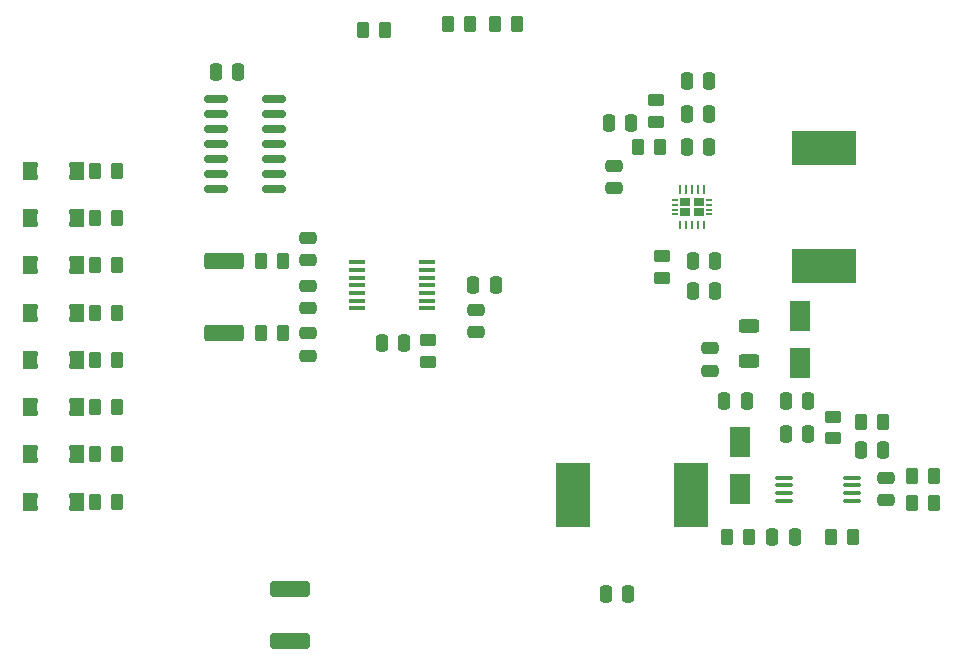
<source format=gbr>
%TF.GenerationSoftware,KiCad,Pcbnew,6.0.4-6f826c9f35~116~ubuntu20.04.1*%
%TF.CreationDate,2022-08-16T08:16:03+00:00*%
%TF.ProjectId,SOLARMINIBAT01A,534f4c41-524d-4494-9e49-424154303141,rev?*%
%TF.SameCoordinates,Original*%
%TF.FileFunction,Paste,Bot*%
%TF.FilePolarity,Positive*%
%FSLAX46Y46*%
G04 Gerber Fmt 4.6, Leading zero omitted, Abs format (unit mm)*
G04 Created by KiCad (PCBNEW 6.0.4-6f826c9f35~116~ubuntu20.04.1) date 2022-08-16 08:16:03*
%MOMM*%
%LPD*%
G01*
G04 APERTURE LIST*
G04 Aperture macros list*
%AMRoundRect*
0 Rectangle with rounded corners*
0 $1 Rounding radius*
0 $2 $3 $4 $5 $6 $7 $8 $9 X,Y pos of 4 corners*
0 Add a 4 corners polygon primitive as box body*
4,1,4,$2,$3,$4,$5,$6,$7,$8,$9,$2,$3,0*
0 Add four circle primitives for the rounded corners*
1,1,$1+$1,$2,$3*
1,1,$1+$1,$4,$5*
1,1,$1+$1,$6,$7*
1,1,$1+$1,$8,$9*
0 Add four rect primitives between the rounded corners*
20,1,$1+$1,$2,$3,$4,$5,0*
20,1,$1+$1,$4,$5,$6,$7,0*
20,1,$1+$1,$6,$7,$8,$9,0*
20,1,$1+$1,$8,$9,$2,$3,0*%
%AMFreePoly0*
4,1,23,0.405000,0.738381,0.426979,0.740580,0.510581,0.710174,0.572728,0.646522,0.601123,0.562215,0.590149,0.473935,0.583861,0.464173,0.534020,0.288808,0.507268,0.096658,0.507316,-0.097346,0.534162,-0.289483,0.584197,-0.465200,0.590620,-0.475238,0.601329,-0.563551,0.572681,-0.647772,0.510344,-0.711238,0.426650,-0.741392,0.405000,-0.739160,0.405000,-0.750000,-0.645000,-0.750000,
-0.645000,0.750000,0.405000,0.750000,0.405000,0.738381,0.405000,0.738381,$1*%
G04 Aperture macros list end*
%ADD10FreePoly0,0.000000*%
%ADD11FreePoly0,180.000000*%
%ADD12R,1.800000X2.500000*%
%ADD13RoundRect,0.250000X-0.250000X-0.475000X0.250000X-0.475000X0.250000X0.475000X-0.250000X0.475000X0*%
%ADD14R,0.230000X0.230000*%
%ADD15O,0.230000X0.800000*%
%ADD16R,0.600000X0.230000*%
%ADD17R,0.900000X0.650000*%
%ADD18R,0.600000X0.150000*%
%ADD19RoundRect,0.250000X0.450000X-0.262500X0.450000X0.262500X-0.450000X0.262500X-0.450000X-0.262500X0*%
%ADD20RoundRect,0.250000X-0.625000X0.312500X-0.625000X-0.312500X0.625000X-0.312500X0.625000X0.312500X0*%
%ADD21RoundRect,0.250000X-1.450000X0.400000X-1.450000X-0.400000X1.450000X-0.400000X1.450000X0.400000X0*%
%ADD22RoundRect,0.250000X0.262500X0.450000X-0.262500X0.450000X-0.262500X-0.450000X0.262500X-0.450000X0*%
%ADD23RoundRect,0.250000X-0.262500X-0.450000X0.262500X-0.450000X0.262500X0.450000X-0.262500X0.450000X0*%
%ADD24R,5.500000X3.000000*%
%ADD25R,1.450000X0.450000*%
%ADD26RoundRect,0.250000X-0.450000X0.262500X-0.450000X-0.262500X0.450000X-0.262500X0.450000X0.262500X0*%
%ADD27RoundRect,0.250000X-0.475000X0.250000X-0.475000X-0.250000X0.475000X-0.250000X0.475000X0.250000X0*%
%ADD28RoundRect,0.250000X0.475000X-0.250000X0.475000X0.250000X-0.475000X0.250000X-0.475000X-0.250000X0*%
%ADD29RoundRect,0.249999X1.425001X-0.450001X1.425001X0.450001X-1.425001X0.450001X-1.425001X-0.450001X0*%
%ADD30RoundRect,0.250000X0.250000X0.475000X-0.250000X0.475000X-0.250000X-0.475000X0.250000X-0.475000X0*%
%ADD31RoundRect,0.150000X0.825000X0.150000X-0.825000X0.150000X-0.825000X-0.150000X0.825000X-0.150000X0*%
%ADD32R,3.000000X5.500000*%
%ADD33RoundRect,0.100000X-0.637500X-0.100000X0.637500X-0.100000X0.637500X0.100000X-0.637500X0.100000X0*%
G04 APERTURE END LIST*
D10*
%TO.C,D8*%
X1905000Y21560000D03*
D11*
X5715000Y21560000D03*
%TD*%
D12*
%TO.C,D10*%
X67056000Y33306000D03*
X67056000Y37306000D03*
%TD*%
D13*
%TO.C,C13*%
X65852000Y30099000D03*
X67752000Y30099000D03*
%TD*%
D14*
%TO.C,X1*%
X58912000Y44722000D03*
D15*
X58912000Y45007000D03*
D14*
X58412000Y44722000D03*
D15*
X58412000Y45007000D03*
X57912000Y45007000D03*
D14*
X57912000Y44722000D03*
X57412000Y44722000D03*
D15*
X57412000Y45007000D03*
D14*
X56912000Y44722000D03*
D15*
X56912000Y45007000D03*
X56912000Y47957000D03*
D14*
X56912000Y48242000D03*
D15*
X57412000Y47957000D03*
D14*
X57412000Y48242000D03*
X57912000Y48242000D03*
D15*
X57912000Y47957000D03*
X58412000Y47957000D03*
D14*
X58412000Y48242000D03*
D15*
X58912000Y47957000D03*
D14*
X58912000Y48242000D03*
D16*
X56487000Y45882000D03*
D17*
X57352000Y46917000D03*
D16*
X56487000Y46282000D03*
D18*
X59337000Y47082000D03*
X56487000Y46282000D03*
X56487000Y46682000D03*
D16*
X56487000Y46682000D03*
X59337000Y46682000D03*
D18*
X56487000Y47082000D03*
D17*
X57352000Y46047000D03*
D16*
X56487000Y47082000D03*
D18*
X59337000Y46282000D03*
X59337000Y46682000D03*
D17*
X58472000Y46917000D03*
D18*
X59337000Y45882000D03*
D16*
X59337000Y47082000D03*
D18*
X56487000Y45882000D03*
D16*
X59337000Y45882000D03*
X59337000Y46282000D03*
D17*
X58472000Y46047000D03*
%TD*%
D19*
%TO.C,R22*%
X69850000Y26924000D03*
X69850000Y28749000D03*
%TD*%
D20*
%TO.C,R21*%
X62738000Y36387500D03*
X62738000Y33462500D03*
%TD*%
D21*
%TO.C,F1*%
X23876000Y14163000D03*
X23876000Y9713000D03*
%TD*%
D13*
%TO.C,C16*%
X57978000Y39370000D03*
X59878000Y39370000D03*
%TD*%
D22*
%TO.C,R26*%
X55165000Y51562000D03*
X53340000Y51562000D03*
%TD*%
D10*
%TO.C,D1*%
X1905000Y49560000D03*
D11*
X5715000Y49560000D03*
%TD*%
D23*
%TO.C,R19*%
X76557500Y21463000D03*
X78382500Y21463000D03*
%TD*%
D24*
%TO.C,L2*%
X69088000Y41482000D03*
X69088000Y51482000D03*
%TD*%
D25*
%TO.C,U1*%
X35462000Y41828000D03*
X35462000Y41178000D03*
X35462000Y40528000D03*
X35462000Y39878000D03*
X35462000Y39228000D03*
X35462000Y38578000D03*
X35462000Y37928000D03*
X29562000Y37928000D03*
X29562000Y38578000D03*
X29562000Y39228000D03*
X29562000Y39878000D03*
X29562000Y40528000D03*
X29562000Y41178000D03*
X29562000Y41828000D03*
%TD*%
D13*
%TO.C,C17*%
X57978000Y41910000D03*
X59878000Y41910000D03*
%TD*%
D23*
%TO.C,R10*%
X7366000Y45560000D03*
X9191000Y45560000D03*
%TD*%
D13*
%TO.C,C7*%
X17592000Y57912000D03*
X19492000Y57912000D03*
%TD*%
D23*
%TO.C,R7*%
X21439500Y41910000D03*
X23264500Y41910000D03*
%TD*%
D26*
%TO.C,R25*%
X54864000Y55522500D03*
X54864000Y53697500D03*
%TD*%
D27*
%TO.C,C1*%
X39624000Y37810000D03*
X39624000Y35910000D03*
%TD*%
D19*
%TO.C,R24*%
X55372000Y40489500D03*
X55372000Y42314500D03*
%TD*%
D28*
%TO.C,C18*%
X51308000Y48072000D03*
X51308000Y49972000D03*
%TD*%
D13*
%TO.C,C5*%
X39394000Y39878000D03*
X41294000Y39878000D03*
%TD*%
D23*
%TO.C,R16*%
X7366000Y21560000D03*
X9191000Y21560000D03*
%TD*%
%TO.C,R15*%
X7366000Y25560000D03*
X9191000Y25560000D03*
%TD*%
D12*
%TO.C,D9*%
X61976000Y26638000D03*
X61976000Y22638000D03*
%TD*%
D13*
%TO.C,C11*%
X72202000Y25908000D03*
X74102000Y25908000D03*
%TD*%
%TO.C,C20*%
X57470000Y51562000D03*
X59370000Y51562000D03*
%TD*%
D29*
%TO.C,R8*%
X18288000Y35812000D03*
X18288000Y41912000D03*
%TD*%
D27*
%TO.C,C15*%
X59436000Y34539000D03*
X59436000Y32639000D03*
%TD*%
%TO.C,C6*%
X25400000Y35814000D03*
X25400000Y33914000D03*
%TD*%
D30*
%TO.C,C14*%
X62545000Y30099000D03*
X60645000Y30099000D03*
%TD*%
D10*
%TO.C,D5*%
X1905000Y33560000D03*
D11*
X5715000Y33560000D03*
%TD*%
D23*
%TO.C,R3*%
X37291000Y61976000D03*
X39116000Y61976000D03*
%TD*%
D28*
%TO.C,C10*%
X74295000Y21656000D03*
X74295000Y23556000D03*
%TD*%
D23*
%TO.C,R14*%
X7366000Y29560000D03*
X9191000Y29560000D03*
%TD*%
%TO.C,R6*%
X21439500Y35814000D03*
X23264500Y35814000D03*
%TD*%
%TO.C,R18*%
X69699500Y18542000D03*
X71524500Y18542000D03*
%TD*%
D31*
%TO.C,U2*%
X22541000Y55626000D03*
X22541000Y54356000D03*
X22541000Y53086000D03*
X22541000Y51816000D03*
X22541000Y50546000D03*
X22541000Y49276000D03*
X22541000Y48006000D03*
X17591000Y48006000D03*
X17591000Y49276000D03*
X17591000Y50546000D03*
X17591000Y51816000D03*
X17591000Y53086000D03*
X17591000Y54356000D03*
X17591000Y55626000D03*
%TD*%
D10*
%TO.C,D4*%
X1905000Y37560000D03*
D11*
X5715000Y37560000D03*
%TD*%
D13*
%TO.C,C22*%
X57470000Y57150000D03*
X59370000Y57150000D03*
%TD*%
D23*
%TO.C,R17*%
X60913000Y18542000D03*
X62738000Y18542000D03*
%TD*%
D30*
%TO.C,C19*%
X52766000Y53594000D03*
X50866000Y53594000D03*
%TD*%
D10*
%TO.C,D6*%
X1905000Y29560000D03*
D11*
X5715000Y29560000D03*
%TD*%
D23*
%TO.C,R12*%
X7366000Y37560000D03*
X9191000Y37560000D03*
%TD*%
D22*
%TO.C,R23*%
X74064500Y28321000D03*
X72239500Y28321000D03*
%TD*%
D28*
%TO.C,C4*%
X25400000Y41976000D03*
X25400000Y43876000D03*
%TD*%
D22*
%TO.C,R1*%
X43076500Y61976000D03*
X41251500Y61976000D03*
%TD*%
D30*
%TO.C,C2*%
X33528000Y34990000D03*
X31628000Y34990000D03*
%TD*%
D32*
%TO.C,L1*%
X47832000Y22098000D03*
X57832000Y22098000D03*
%TD*%
D13*
%TO.C,C12*%
X65852000Y27305000D03*
X67752000Y27305000D03*
%TD*%
D10*
%TO.C,D3*%
X1905000Y41560000D03*
D11*
X5715000Y41560000D03*
%TD*%
D13*
%TO.C,C21*%
X57470000Y54356000D03*
X59370000Y54356000D03*
%TD*%
D23*
%TO.C,R11*%
X7366000Y41560000D03*
X9191000Y41560000D03*
%TD*%
D33*
%TO.C,U3*%
X65717500Y21631000D03*
X65717500Y22281000D03*
X65717500Y22931000D03*
X65717500Y23581000D03*
X71442500Y23581000D03*
X71442500Y22931000D03*
X71442500Y22281000D03*
X71442500Y21631000D03*
%TD*%
D23*
%TO.C,R9*%
X7366000Y49560000D03*
X9191000Y49560000D03*
%TD*%
D13*
%TO.C,C9*%
X64709000Y18542000D03*
X66609000Y18542000D03*
%TD*%
D23*
%TO.C,R13*%
X7366000Y33560000D03*
X9191000Y33560000D03*
%TD*%
%TO.C,R2*%
X30075500Y61468000D03*
X31900500Y61468000D03*
%TD*%
D19*
%TO.C,R5*%
X35560000Y33377500D03*
X35560000Y35202500D03*
%TD*%
D10*
%TO.C,D7*%
X1905000Y25560000D03*
D11*
X5715000Y25560000D03*
%TD*%
D13*
%TO.C,C8*%
X50612000Y13716000D03*
X52512000Y13716000D03*
%TD*%
D28*
%TO.C,C3*%
X25400000Y37945000D03*
X25400000Y39845000D03*
%TD*%
D10*
%TO.C,D2*%
X1905000Y45560000D03*
D11*
X5715000Y45560000D03*
%TD*%
D23*
%TO.C,R20*%
X76557500Y23749000D03*
X78382500Y23749000D03*
%TD*%
M02*

</source>
